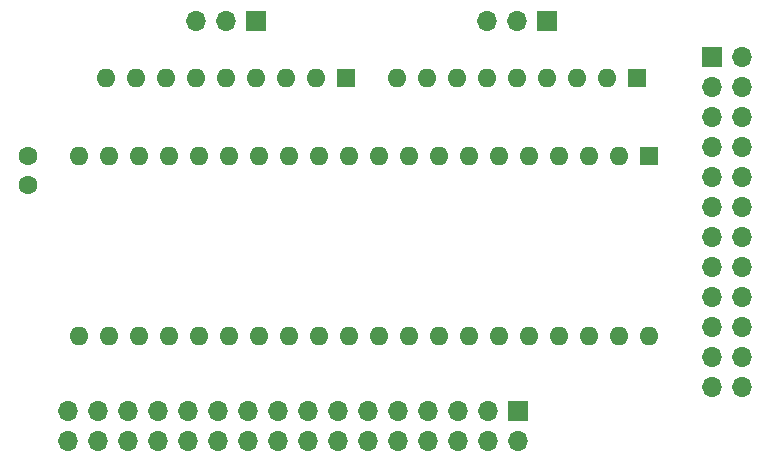
<source format=gbr>
%TF.GenerationSoftware,KiCad,Pcbnew,(5.1.12-1-10_14)*%
%TF.CreationDate,2022-01-05T14:26:23+01:00*%
%TF.ProjectId,viaduct,76696164-7563-4742-9e6b-696361645f70,rev?*%
%TF.SameCoordinates,Original*%
%TF.FileFunction,Soldermask,Top*%
%TF.FilePolarity,Negative*%
%FSLAX46Y46*%
G04 Gerber Fmt 4.6, Leading zero omitted, Abs format (unit mm)*
G04 Created by KiCad (PCBNEW (5.1.12-1-10_14)) date 2022-01-05 14:26:23*
%MOMM*%
%LPD*%
G01*
G04 APERTURE LIST*
%ADD10O,1.700000X1.700000*%
%ADD11R,1.700000X1.700000*%
%ADD12C,1.600000*%
%ADD13O,1.600000X1.600000*%
%ADD14R,1.600000X1.600000*%
G04 APERTURE END LIST*
D10*
%TO.C,J1*%
X119952000Y-132613000D03*
X119952000Y-130073000D03*
X122492000Y-132613000D03*
X122492000Y-130073000D03*
X125032000Y-132613000D03*
X125032000Y-130073000D03*
X127572000Y-132613000D03*
X127572000Y-130073000D03*
X130112000Y-132613000D03*
X130112000Y-130073000D03*
X132652000Y-132613000D03*
X132652000Y-130073000D03*
X135192000Y-132613000D03*
X135192000Y-130073000D03*
X137732000Y-132613000D03*
X137732000Y-130073000D03*
X140272000Y-132613000D03*
X140272000Y-130073000D03*
X142812000Y-132613000D03*
X142812000Y-130073000D03*
X145352000Y-132613000D03*
X145352000Y-130073000D03*
X147892000Y-132613000D03*
X147892000Y-130073000D03*
X150432000Y-132613000D03*
X150432000Y-130073000D03*
X152972000Y-132613000D03*
X152972000Y-130073000D03*
X155512000Y-132613000D03*
X155512000Y-130073000D03*
X158052000Y-132613000D03*
D11*
X158052000Y-130073000D03*
%TD*%
D10*
%TO.C,J2*%
X177038000Y-128016000D03*
X174498000Y-128016000D03*
X177038000Y-125476000D03*
X174498000Y-125476000D03*
X177038000Y-122936000D03*
X174498000Y-122936000D03*
X177038000Y-120396000D03*
X174498000Y-120396000D03*
X177038000Y-117856000D03*
X174498000Y-117856000D03*
X177038000Y-115316000D03*
X174498000Y-115316000D03*
X177038000Y-112776000D03*
X174498000Y-112776000D03*
X177038000Y-110236000D03*
X174498000Y-110236000D03*
X177038000Y-107696000D03*
X174498000Y-107696000D03*
X177038000Y-105156000D03*
X174498000Y-105156000D03*
X177038000Y-102616000D03*
X174498000Y-102616000D03*
X177038000Y-100076000D03*
D11*
X174498000Y-100076000D03*
%TD*%
D12*
%TO.C,C1*%
X116586000Y-110958000D03*
X116586000Y-108458000D03*
%TD*%
D10*
%TO.C,J4*%
X130810000Y-97028000D03*
X133350000Y-97028000D03*
D11*
X135890000Y-97028000D03*
%TD*%
D10*
%TO.C,J3*%
X155448000Y-97028000D03*
X157988000Y-97028000D03*
D11*
X160528000Y-97028000D03*
%TD*%
D13*
%TO.C,RN2*%
X123190000Y-101854000D03*
X125730000Y-101854000D03*
X128270000Y-101854000D03*
X130810000Y-101854000D03*
X133350000Y-101854000D03*
X135890000Y-101854000D03*
X138430000Y-101854000D03*
X140970000Y-101854000D03*
D14*
X143510000Y-101854000D03*
%TD*%
D13*
%TO.C,RN1*%
X147828000Y-101854000D03*
X150368000Y-101854000D03*
X152908000Y-101854000D03*
X155448000Y-101854000D03*
X157988000Y-101854000D03*
X160528000Y-101854000D03*
X163068000Y-101854000D03*
X165608000Y-101854000D03*
D14*
X168148000Y-101854000D03*
%TD*%
%TO.C,U1*%
X169164000Y-108458000D03*
D13*
X120904000Y-123698000D03*
X166624000Y-108458000D03*
X123444000Y-123698000D03*
X164084000Y-108458000D03*
X125984000Y-123698000D03*
X161544000Y-108458000D03*
X128524000Y-123698000D03*
X159004000Y-108458000D03*
X131064000Y-123698000D03*
X156464000Y-108458000D03*
X133604000Y-123698000D03*
X153924000Y-108458000D03*
X136144000Y-123698000D03*
X151384000Y-108458000D03*
X138684000Y-123698000D03*
X148844000Y-108458000D03*
X141224000Y-123698000D03*
X146304000Y-108458000D03*
X143764000Y-123698000D03*
X143764000Y-108458000D03*
X146304000Y-123698000D03*
X141224000Y-108458000D03*
X148844000Y-123698000D03*
X138684000Y-108458000D03*
X151384000Y-123698000D03*
X136144000Y-108458000D03*
X153924000Y-123698000D03*
X133604000Y-108458000D03*
X156464000Y-123698000D03*
X131064000Y-108458000D03*
X159004000Y-123698000D03*
X128524000Y-108458000D03*
X161544000Y-123698000D03*
X125984000Y-108458000D03*
X164084000Y-123698000D03*
X123444000Y-108458000D03*
X166624000Y-123698000D03*
X120904000Y-108458000D03*
X169164000Y-123698000D03*
%TD*%
M02*

</source>
